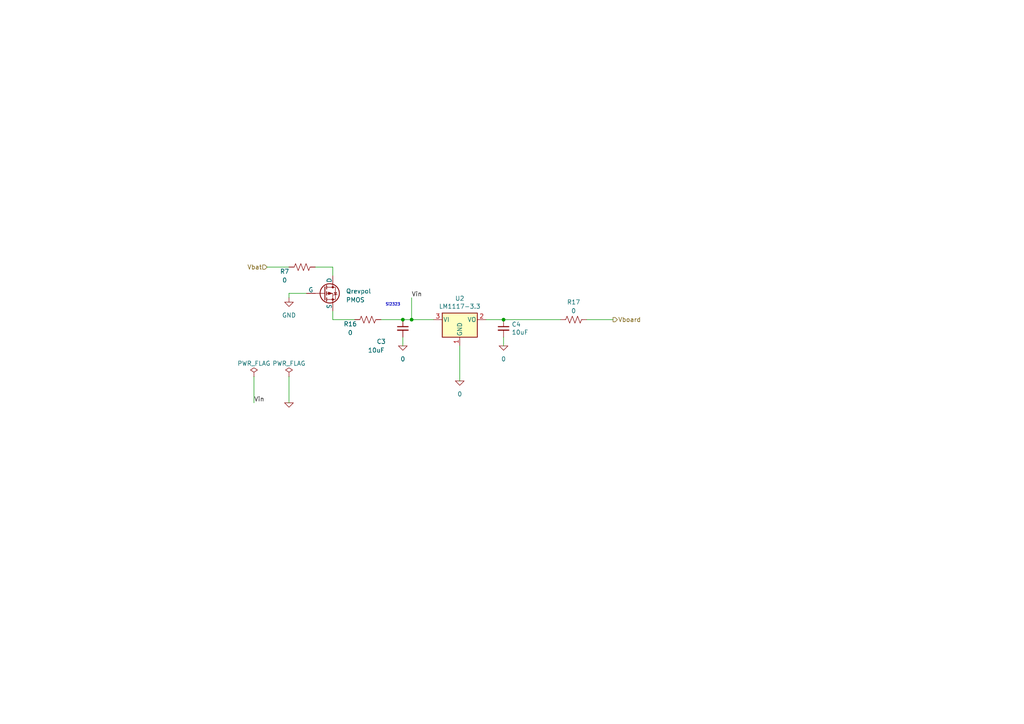
<source format=kicad_sch>
(kicad_sch (version 20230121) (generator eeschema)
  (paper "A4")
  (title_block (title "Regulating Module") (date "2023-03-05") (rev "V1.0") (company "EEE3088F - Team 14") (comment 1 "Designed By Ashik John"))
  (lib_symbols
    (symbol "Device:C_Small" (pin_numbers hide) (pin_names (offset 0.254) hide)
      (property "Reference" "C" (at 0.254 1.778 0))
      (property "Value" "C_Small" (at 0.254 -2.032 0))
      (symbol "C_Small_0_1"
        (polyline (pts (xy -1.524 -0.508) (xy 1.524 -0.508)) (stroke (width 0.3302)))
        (polyline (pts (xy -1.524 0.508) (xy 1.524 0.508)) (stroke (width 0.3048)))
      )
      (symbol "C_Small_1_1"
        (pin passive line (at 0 2.54 270) (length 2.032) (name "~") (number "1"))
        (pin passive line (at 0 -2.54 90) (length 2.032) (name "~") (number "2"))
      )
    )
    (symbol "Device:R_US" (pin_numbers hide) (pin_names (offset 0))
      (property "Reference" "R" (at 2.54 0 90))
      (property "Value" "R_US" (at -2.54 0 90))
      (symbol "R_US_0_1"
        (polyline (pts (xy 0 -2.286) (xy 0 -2.54)))
        (polyline (pts (xy 0 2.286) (xy 0 2.54)))
        (polyline (pts (xy 0 -0.762) (xy 1.016 -1.143) (xy 0 -1.524) (xy -1.016 -1.905) (xy 0 -2.286)))
        (polyline (pts (xy 0 0.762) (xy 1.016 0.381) (xy 0 0) (xy -1.016 -0.381) (xy 0 -0.762)))
        (polyline (pts (xy 0 2.286) (xy 1.016 1.905) (xy 0 1.524) (xy -1.016 1.143) (xy 0 0.762)))
      )
      (symbol "R_US_1_1"
        (pin passive line (at 0 3.81 270) (length 1.27) (name "~") (number "1"))
        (pin passive line (at 0 -3.81 90) (length 1.27) (name "~") (number "2"))
      )
    )
    (symbol "Power module-rescue:0-pspice" (power) (pin_names (offset 0))
      (property "Value" "0-pspice" (at 0 -1.778 0))
      (symbol "0-pspice_0_1"
        (polyline (pts (xy -1.27 0) (xy 0 -1.27) (xy 1.27 0) (xy -1.27 0)))
      )
      (symbol "0-pspice_1_1"
        (pin power_in line (at 0 0 0) (length 0) hide (name "0") (number "1"))
      )
    )
    (symbol "Power module-rescue:LM1117-3.3-Regulator_Linear" (pin_names (offset 0.254))
      (property "Reference" "U" (at -3.81 3.175 0))
      (property "Value" "Regulator_Linear_LM1117-3.3" (at 0 3.175 0))
      (symbol "LM1117-3.3-Regulator_Linear_0_1"
        (rectangle (start -5.08 -5.08) (end 5.08 1.905) (stroke (width 0.254)) (fill (type background)))
      )
      (symbol "LM1117-3.3-Regulator_Linear_1_1"
        (pin power_in line (at 0 -7.62 90) (length 2.54) (name "GND") (number "1"))
        (pin power_out line (at 7.62 0 180) (length 2.54) (name "VO") (number "2"))
        (pin power_in line (at -7.62 0 0) (length 2.54) (name "VI") (number "3"))
      )
    )
    (symbol "Simulation_SPICE:PMOS" (pin_numbers hide) (pin_names (offset 0))
      (property "Reference" "Q" (at 5.08 1.27 0))
      (property "Value" "PMOS" (at 5.08 -1.27 0))
      (symbol "PMOS_0_1"
        (polyline (pts (xy 0.254 0) (xy -2.54 0)))
        (polyline (pts (xy 0.254 1.905) (xy 0.254 -1.905)) (stroke (width 0.254)))
        (polyline (pts (xy 0.762 -1.27) (xy 0.762 -2.286)) (stroke (width 0.254)))
        (polyline (pts (xy 0.762 0.508) (xy 0.762 -0.508)) (stroke (width 0.254)))
        (polyline (pts (xy 0.762 2.286) (xy 0.762 1.27)) (stroke (width 0.254)))
        (polyline (pts (xy 2.54 2.54) (xy 2.54 1.778)))
        (polyline (pts (xy 2.54 -2.54) (xy 2.54 0) (xy 0.762 0)))
        (polyline (pts (xy 0.762 1.778) (xy 3.302 1.778) (xy 3.302 -1.778) (xy 0.762 -1.778)))
        (polyline (pts (xy 2.286 0) (xy 1.27 0.381) (xy 1.27 -0.381) (xy 2.286 0)) (fill (type outline)))
        (polyline (pts (xy 2.794 -0.508) (xy 2.921 -0.381) (xy 3.683 -0.381) (xy 3.81 -0.254)))
        (polyline (pts (xy 3.302 -0.381) (xy 2.921 0.254) (xy 3.683 0.254) (xy 3.302 -0.381)))
        (circle (center 1.651 0) (radius 2.794) (stroke (width 0.254)))
        (circle (center 2.54 -1.778) (radius 0.254) (fill (type outline)))
        (circle (center 2.54 1.778) (radius 0.254) (fill (type outline)))
      )
      (symbol "PMOS_1_1"
        (pin passive line (at 2.54 5.08 270) (length 2.54) (name "D") (number "1"))
        (pin input line (at -5.08 0 0) (length 2.54) (name "G") (number "2"))
        (pin passive line (at 2.54 -5.08 90) (length 2.54) (name "S") (number "3"))
      )
    )
    (symbol "power:GND" (power) (pin_names (offset 0))
      (property "Value" "GND" (at 0 -3.81 0))
      (symbol "GND_0_1"
        (polyline (pts (xy 0 0) (xy 0 -1.27) (xy 1.27 -1.27) (xy 0 -2.54) (xy -1.27 -1.27) (xy 0 -1.27)))
      )
      (symbol "GND_1_1"
        (pin power_in line (at 0 0 270) (length 0) hide (name "GND") (number "1"))
      )
    )
    (symbol "power:PWR_FLAG" (power) (pin_numbers hide) (pin_names (offset 0) hide)
      (property "Value" "PWR_FLAG" (at 0 3.81 0))
      (symbol "PWR_FLAG_0_0"
        (pin power_out line (at 0 0 90) (length 0) (name "pwr") (number "1"))
      )
      (symbol "PWR_FLAG_0_1"
        (polyline (pts (xy 0 0) (xy 0 1.27) (xy -1.016 1.905) (xy 0 2.54) (xy 1.016 1.905) (xy 0 1.27)))
      )
    )
  )
  (junction (at 119.38 92.71))
  (junction (at 146.05 92.71))
  (junction (at 116.84 92.71))
  (wire (pts (xy 96.52 92.71) (xy 96.52 90.17)))
  (wire (pts (xy 83.82 109.22) (xy 83.82 116.84)))
  (wire (pts (xy 116.84 92.71) (xy 119.38 92.71)))
  (wire (pts (xy 110.49 92.71) (xy 116.84 92.71)))
  (wire (pts (xy 133.35 100.33) (xy 133.35 110.49)))
  (wire (pts (xy 140.97 92.71) (xy 146.05 92.71)))
  (wire (pts (xy 77.47 77.47) (xy 83.82 77.47)))
  (wire (pts (xy 146.05 92.71) (xy 162.56 92.71)))
  (wire (pts (xy 91.44 77.47) (xy 96.52 77.47)))
  (wire (pts (xy 83.82 85.09) (xy 88.9 85.09)))
  (wire (pts (xy 96.52 77.47) (xy 96.52 80.01)))
  (wire (pts (xy 119.38 92.71) (xy 125.73 92.71)))
  (wire (pts (xy 170.18 92.71) (xy 177.8 92.71)))
  (wire (pts (xy 116.84 97.79) (xy 116.84 100.33)))
  (wire (pts (xy 96.52 92.71) (xy 102.87 92.71)))
  (wire (pts (xy 73.66 109.22) (xy 73.66 116.84)))
  (wire (pts (xy 119.38 86.36) (xy 119.38 92.71)))
  (wire (pts (xy 83.82 86.36) (xy 83.82 85.09)))
  (wire (pts (xy 146.05 97.79) (xy 146.05 100.33)))
  (text "Si2323" (at 111.76 88.9 0) (effects (font (size 0.8 0.8)) (justify left bottom)))
  (label "Vin" (at 119.38 86.36 0))
  (label "Vin" (at 73.66 116.84 0))
  (hierarchical_label "Vboard" (shape output) (at 177.8 92.71 0) (property "Intersheetrefs" "${INTERSHEET_REFS}" (effects hide)))
  (hierarchical_label "Vbat" (shape input) (at 77.47 77.47 180))
  (symbol (lib_id "Power module-rescue:LM1117-3.3-Regulator_Linear") (at 133.35 92.71 0) (unit 1)
    (property "Reference" "U2" (at 133.35 86.5632 0))
    (property "Value" "LM1117-3.3" (at 133.35 88.8746 0))
    (property "Footprint" "Library:SOT230P700X180-4N" (effects hide))
    (property "Datasheet" "http://www.ti.com/lit/ds/symlink/lm1117.pdf" (effects hide))
    (property "Price" "0.072" (effects hide))
    (property "Price ( 1 board)" "0.072" (effects hide))
    (property "Price (5 boards)" "0.36" (effects hide))
    (property "JLCPCB Part #" "C126027" (effects hide))
    (instances (project "Power module" (path "" (reference "U2") (unit 1))) (project "FullSchematic" (path "" (reference "U1") (unit 1))))
  )
  (symbol (lib_id "Device:C_Small") (at 116.84 95.25 0) (unit 1)
    (property "Reference" "C3" (at 109.22 99.06 0) (effects (justify left)))
    (property "Value" "10uF" (at 106.68 101.6 0) (effects (justify left)))
    (property "Footprint" "Library:CAPC1608X90N" (effects hide))
    (property "Price" "0.08" (effects hide))
    (property "Price ( 1 board)" "0.24" (effects hide))
    (property "Price (5 boards)" "1.20" (effects hide))
    (property "JLCPCB Part #" "C1691" (effects hide))
    (instances (project "Power module" (path "" (reference "C3") (unit 1))) (project "FullSchematic" (path "" (reference "C8") (unit 1))))
  )
  (symbol (lib_id "Device:C_Small") (at 146.05 95.25 0) (unit 1)
    (property "Reference" "C4" (at 148.3868 94.0816 0) (effects (justify left)))
    (property "Value" "10uF" (at 148.3868 96.393 0) (effects (justify left)))
    (property "Footprint" "Library:CAPC1608X90N" (effects hide))
    (property "Price" "0.01" (effects hide))
    (property "Price ( 1 board)" "0.01" (effects hide))
    (property "Price (5 boards)" "0.05" (effects hide))
    (property "JLCPCB Part #" "C1691" (effects hide))
    (instances (project "Power module" (path "" (reference "C4") (unit 1))) (project "FullSchematic" (path "" (reference "C9") (unit 1))))
  )
  (symbol (lib_id "Power module-rescue:0-pspice") (at 133.35 110.49 0) (unit 1)
    (property "Reference" "#GND0106" (effects hide))
    (property "Value" "0" (at 133.35 114.3 0))
  )
  (symbol (lib_id "Power module-rescue:0-pspice") (at 116.84 100.33 0) (unit 1)
    (property "Reference" "#GND0107" (effects hide))
    (property "Value" "0" (at 116.84 104.14 0))
  )
  (symbol (lib_id "Power module-rescue:0-pspice") (at 146.05 100.33 0) (unit 1)
    (property "Reference" "#GND0108" (effects hide))
    (property "Value" "0" (at 146.05 104.14 0))
  )
  (symbol (lib_id "Device:R_US") (at 166.37 92.71 90) (unit 1)
    (property "Reference" "R17" (at 166.37 87.63 90))
    (property "Value" "0" (at 166.37 90.17 90))
    (property "Footprint" "Library:RESC2013X65N" (effects hide))
    (property "JLCPCB Part #" "C17888" (effects hide))
    (property "Price" "0.003" (effects hide))
    (property "Price ( 1 board)" "0.012" (effects hide))
    (property "Price (5 boards)" "0.06" (effects hide))
  )
  (symbol (lib_id "Simulation_SPICE:PMOS") (at 93.98 85.09 0) (unit 1)
    (property "Reference" "Qrevpol" (at 100.33 84.455 0) (effects (justify left)))
    (property "Value" "PMOS" (at 100.33 86.995 0) (effects (justify left)))
    (property "Footprint" "Library:Si2323" (effects hide))
    (property "Datasheet" "https://ngspice.sourceforge.io/docs/ngspice-manual.pdf" (effects hide))
    (property "Sim.Device" "PMOS" (effects hide))
    (property "Sim.Type" "VDMOS" (effects hide))
    (property "Sim.Pins" "1=D 2=G 3=S" (effects hide))
    (property "Price ( 1 board)" "0.18" (effects hide))
    (property "Price (5 boards)" "0.9" (effects hide))
    (property "JLCPCB Part #" "C5337196" (effects hide))
    (property "Price" "0.09" (effects hide))
    (instances (project "Power module" (path "" (reference "Qrevpol") (unit 1)) (path "" (reference "Qrevpol2") (unit 1))) (project "FullSchematic" (path "" (reference "Qrevpol2") (unit 1))))
  )
  (symbol (lib_id "Device:R_US") (at 87.63 77.47 90) (unit 1)
    (property "Reference" "R7" (at 82.55 78.74 90))
    (property "Value" "0" (at 82.55 81.28 90))
    (property "Footprint" "Library:RESC2013X65N" (effects hide))
    (property "JLCPCB Part #" "C17888" (effects hide))
    (property "Price" "0.003" (effects hide))
    (property "Price ( 1 board)" "0.012" (effects hide))
    (property "Price (5 boards)" "0.06" (effects hide))
  )
  (symbol (lib_id "Power module-rescue:0-pspice") (at 83.82 116.84 0) (unit 1)
    (property "Reference" "#GND0106" (effects hide))
    (property "Value" "0" (effects hide))
    (instances (project "Power module" (path "" (reference "#GND0106") (unit 1))) (project "FullSchematic" (path "" (reference "#GND01") (unit 1))))
  )
  (symbol (lib_id "power:PWR_FLAG") (at 73.66 109.22 0) (unit 1)
    (property "Reference" "#FLG02" (effects hide))
    (property "Value" "PWR_FLAG" (at 73.66 105.41 0))
  )
  (symbol (lib_id "power:GND") (at 83.82 86.36 0) (unit 1)
    (property "Reference" "#PWR04" (effects hide))
    (property "Value" "GND" (at 83.82 91.44 0))
    (instances (project "Power module" (path "" (reference "#PWR04") (unit 1)) (path "" (reference "#PWR05") (unit 1))) (project "FullSchematic" (path "" (reference "#PWR0108") (unit 1))))
  )
  (symbol (lib_id "power:PWR_FLAG") (at 83.82 109.22 0) (unit 1)
    (property "Reference" "#FLG01" (effects hide))
    (property "Value" "PWR_FLAG" (at 83.82 105.41 0))
  )
  (symbol (lib_id "Device:R_US") (at 106.68 92.71 90) (unit 1)
    (property "Reference" "R16" (at 101.6 93.98 90))
    (property "Value" "0" (at 101.6 96.52 90))
    (property "Footprint" "Library:RESC2013X65N" (effects hide))
    (property "JLCPCB Part #" "C17888" (effects hide))
    (property "Price" "0.003" (effects hide))
    (property "Price ( 1 board)" "0.012" (effects hide))
    (property "Price (5 boards)" "0.06" (effects hide))
  )
)
</source>
